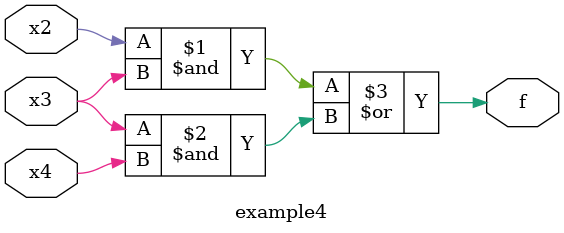
<source format=v>


module example4 (x2, x3, x4, f);
    input x2, x3, x4;
    output f;

    assign f = (x2 & x3) | (x3 & x4);
endmodule

</source>
